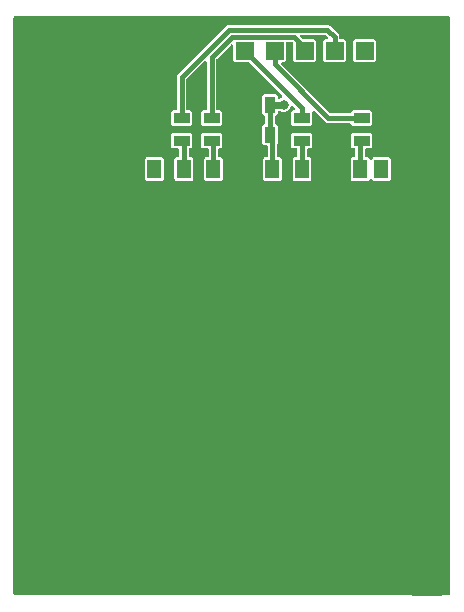
<source format=gbr>
G04 #@! TF.GenerationSoftware,KiCad,Pcbnew,(5.99.0-12665-gbf8a020501)*
G04 #@! TF.CreationDate,2021-12-24T11:16:50+01:00*
G04 #@! TF.ProjectId,SPACEDOS02B_PCB02A,53504143-4544-44f5-9330-32425f504342,REV*
G04 #@! TF.SameCoordinates,Original*
G04 #@! TF.FileFunction,Copper,L2,Bot*
G04 #@! TF.FilePolarity,Positive*
%FSLAX46Y46*%
G04 Gerber Fmt 4.6, Leading zero omitted, Abs format (unit mm)*
G04 Created by KiCad (PCBNEW (5.99.0-12665-gbf8a020501)) date 2021-12-24 11:16:50*
%MOMM*%
%LPD*%
G01*
G04 APERTURE LIST*
G04 #@! TA.AperFunction,ComponentPad*
%ADD10R,1.524000X1.524000*%
G04 #@! TD*
G04 #@! TA.AperFunction,SMDPad,CuDef*
%ADD11R,0.889000X1.397000*%
G04 #@! TD*
G04 #@! TA.AperFunction,SMDPad,CuDef*
%ADD12R,1.397000X0.889000*%
G04 #@! TD*
G04 #@! TA.AperFunction,SMDPad,CuDef*
%ADD13R,1.200000X1.600000*%
G04 #@! TD*
G04 #@! TA.AperFunction,SMDPad,CuDef*
%ADD14R,2.500000X5.000000*%
G04 #@! TD*
G04 #@! TA.AperFunction,ViaPad*
%ADD15C,0.800000*%
G04 #@! TD*
G04 #@! TA.AperFunction,Conductor*
%ADD16C,0.400000*%
G04 #@! TD*
G04 #@! TA.AperFunction,Conductor*
%ADD17C,0.600000*%
G04 #@! TD*
G04 APERTURE END LIST*
D10*
X27686000Y196596000D03*
X25146000Y196596000D03*
X30226000Y196596000D03*
X20066000Y196596000D03*
X22606000Y196596000D03*
X32766000Y196596000D03*
D11*
X22225000Y192024000D03*
X20320000Y192024000D03*
X22225000Y189484000D03*
X20320000Y189484000D03*
D12*
X14732000Y190881000D03*
X14732000Y188976000D03*
X17272000Y190881000D03*
X17272000Y188976000D03*
X24892000Y190881000D03*
X24892000Y188976000D03*
X29972000Y190881000D03*
X29972000Y188976000D03*
D13*
X14930000Y186568000D03*
X17430000Y186568000D03*
X19930000Y186568000D03*
X22430000Y186568000D03*
X24930000Y186568000D03*
X27430000Y186568000D03*
X29860000Y186568000D03*
X31660000Y186568000D03*
X12430000Y186568000D03*
D14*
X5095000Y183068000D03*
X35545000Y152868000D03*
X5095000Y158868000D03*
X35545000Y183068000D03*
D15*
X23368000Y192024000D03*
D16*
X22430000Y189279000D02*
X22225000Y189484000D01*
X22225000Y189484000D02*
X22225000Y192024000D01*
X22430000Y186568000D02*
X22430000Y189279000D01*
D17*
X22225000Y192024000D02*
X23368000Y192024000D01*
D16*
X14930000Y186568000D02*
X14930000Y188778000D01*
X14930000Y188778000D02*
X14732000Y188976000D01*
X17430000Y188818000D02*
X17272000Y188976000D01*
X17430000Y186568000D02*
X17430000Y188818000D01*
X24930000Y186568000D02*
X24930000Y188938000D01*
X24930000Y188938000D02*
X24892000Y188976000D01*
X29860000Y188864000D02*
X29972000Y188976000D01*
X29860000Y186568000D02*
X29860000Y188864000D01*
X27085989Y198358011D02*
X27686000Y197758000D01*
X14732000Y190881000D02*
X14732000Y194354544D01*
X18735467Y198358011D02*
X27085989Y198358011D01*
X27686000Y197758000D02*
X27686000Y196596000D01*
X14732000Y194354544D02*
X18735467Y198358011D01*
X17272000Y196046002D02*
X18983999Y197758001D01*
X18983999Y197758001D02*
X24237999Y197758001D01*
X17272000Y190881000D02*
X17272000Y196046002D01*
X25146000Y196850000D02*
X25146000Y196596000D01*
X24237999Y197758001D02*
X25146000Y196850000D01*
X24892000Y190881000D02*
X24892000Y191725500D01*
X20066000Y196551500D02*
X20066000Y196596000D01*
X24892000Y191725500D02*
X20066000Y196551500D01*
X29972000Y190881000D02*
X27159000Y190881000D01*
X22606000Y195434000D02*
X22606000Y196596000D01*
X27159000Y190881000D02*
X22606000Y195434000D01*
G04 #@! TA.AperFunction,Conductor*
G36*
X37442121Y199479998D02*
G01*
X37488614Y199426342D01*
X37500000Y199374000D01*
X37500000Y150626000D01*
X37479998Y150557879D01*
X37426342Y150511386D01*
X37374000Y150500000D01*
X626000Y150500000D01*
X557879Y150520002D01*
X511386Y150573658D01*
X500000Y150626000D01*
X500000Y185748252D01*
X11629500Y185748252D01*
X11641133Y185689769D01*
X11685448Y185623448D01*
X11751769Y185579133D01*
X11763938Y185576712D01*
X11763939Y185576712D01*
X11804184Y185568707D01*
X11810252Y185567500D01*
X13049748Y185567500D01*
X13055816Y185568707D01*
X13096061Y185576712D01*
X13096062Y185576712D01*
X13108231Y185579133D01*
X13174552Y185623448D01*
X13218867Y185689769D01*
X13230500Y185748252D01*
X13230500Y187387748D01*
X13218867Y187446231D01*
X13174552Y187512552D01*
X13108231Y187556867D01*
X13096062Y187559288D01*
X13096061Y187559288D01*
X13055816Y187567293D01*
X13049748Y187568500D01*
X11810252Y187568500D01*
X11804184Y187567293D01*
X11763939Y187559288D01*
X11763938Y187559288D01*
X11751769Y187556867D01*
X11685448Y187512552D01*
X11641133Y187446231D01*
X11629500Y187387748D01*
X11629500Y185748252D01*
X500000Y185748252D01*
X500000Y188511752D01*
X13833000Y188511752D01*
X13844633Y188453269D01*
X13888948Y188386948D01*
X13955269Y188342633D01*
X13967438Y188340212D01*
X13967439Y188340212D01*
X14007684Y188332207D01*
X14013752Y188331000D01*
X14403500Y188331000D01*
X14471621Y188310998D01*
X14518114Y188257342D01*
X14529500Y188205000D01*
X14529500Y187694500D01*
X14509498Y187626379D01*
X14455842Y187579886D01*
X14403500Y187568500D01*
X14310252Y187568500D01*
X14304184Y187567293D01*
X14263939Y187559288D01*
X14263938Y187559288D01*
X14251769Y187556867D01*
X14185448Y187512552D01*
X14141133Y187446231D01*
X14129500Y187387748D01*
X14129500Y185748252D01*
X14141133Y185689769D01*
X14185448Y185623448D01*
X14251769Y185579133D01*
X14263938Y185576712D01*
X14263939Y185576712D01*
X14304184Y185568707D01*
X14310252Y185567500D01*
X15549748Y185567500D01*
X15555816Y185568707D01*
X15596061Y185576712D01*
X15596062Y185576712D01*
X15608231Y185579133D01*
X15674552Y185623448D01*
X15718867Y185689769D01*
X15730500Y185748252D01*
X15730500Y187387748D01*
X15718867Y187446231D01*
X15674552Y187512552D01*
X15608231Y187556867D01*
X15596062Y187559288D01*
X15596061Y187559288D01*
X15555816Y187567293D01*
X15549748Y187568500D01*
X15456500Y187568500D01*
X15388379Y187588502D01*
X15341886Y187642158D01*
X15330500Y187694500D01*
X15330500Y188205616D01*
X15350502Y188273737D01*
X15404158Y188320230D01*
X15444119Y188331000D01*
X15450248Y188331000D01*
X15474718Y188335867D01*
X15496561Y188340212D01*
X15496562Y188340212D01*
X15508731Y188342633D01*
X15575052Y188386948D01*
X15619367Y188453269D01*
X15631000Y188511752D01*
X16373000Y188511752D01*
X16384633Y188453269D01*
X16428948Y188386948D01*
X16495269Y188342633D01*
X16507438Y188340212D01*
X16507439Y188340212D01*
X16547684Y188332207D01*
X16553752Y188331000D01*
X16903500Y188331000D01*
X16971621Y188310998D01*
X17018114Y188257342D01*
X17029500Y188205000D01*
X17029500Y187694500D01*
X17009498Y187626379D01*
X16955842Y187579886D01*
X16903500Y187568500D01*
X16810252Y187568500D01*
X16804184Y187567293D01*
X16763939Y187559288D01*
X16763938Y187559288D01*
X16751769Y187556867D01*
X16685448Y187512552D01*
X16641133Y187446231D01*
X16629500Y187387748D01*
X16629500Y185748252D01*
X16641133Y185689769D01*
X16685448Y185623448D01*
X16751769Y185579133D01*
X16763938Y185576712D01*
X16763939Y185576712D01*
X16804184Y185568707D01*
X16810252Y185567500D01*
X18049748Y185567500D01*
X18055816Y185568707D01*
X18096061Y185576712D01*
X18096062Y185576712D01*
X18108231Y185579133D01*
X18174552Y185623448D01*
X18218867Y185689769D01*
X18230500Y185748252D01*
X18230500Y187387748D01*
X18218867Y187446231D01*
X18174552Y187512552D01*
X18108231Y187556867D01*
X18096062Y187559288D01*
X18096061Y187559288D01*
X18055816Y187567293D01*
X18049748Y187568500D01*
X17956500Y187568500D01*
X17888379Y187588502D01*
X17841886Y187642158D01*
X17830500Y187694500D01*
X17830500Y188205000D01*
X17850502Y188273121D01*
X17904158Y188319614D01*
X17956500Y188331000D01*
X17990248Y188331000D01*
X17996316Y188332207D01*
X18036561Y188340212D01*
X18036562Y188340212D01*
X18048731Y188342633D01*
X18115052Y188386948D01*
X18159367Y188453269D01*
X18171000Y188511752D01*
X18171000Y189440248D01*
X18159367Y189498731D01*
X18115052Y189565052D01*
X18048731Y189609367D01*
X18036562Y189611788D01*
X18036561Y189611788D01*
X17996316Y189619793D01*
X17990248Y189621000D01*
X16553752Y189621000D01*
X16547684Y189619793D01*
X16507439Y189611788D01*
X16507438Y189611788D01*
X16495269Y189609367D01*
X16428948Y189565052D01*
X16384633Y189498731D01*
X16373000Y189440248D01*
X16373000Y188511752D01*
X15631000Y188511752D01*
X15631000Y189440248D01*
X15619367Y189498731D01*
X15575052Y189565052D01*
X15508731Y189609367D01*
X15496562Y189611788D01*
X15496561Y189611788D01*
X15456316Y189619793D01*
X15450248Y189621000D01*
X14013752Y189621000D01*
X14007684Y189619793D01*
X13967439Y189611788D01*
X13967438Y189611788D01*
X13955269Y189609367D01*
X13888948Y189565052D01*
X13844633Y189498731D01*
X13833000Y189440248D01*
X13833000Y188511752D01*
X500000Y188511752D01*
X500000Y190416752D01*
X13833000Y190416752D01*
X13834207Y190410684D01*
X13842028Y190371367D01*
X13844633Y190358269D01*
X13888948Y190291948D01*
X13955269Y190247633D01*
X13967438Y190245212D01*
X13967439Y190245212D01*
X14007684Y190237207D01*
X14013752Y190236000D01*
X15450248Y190236000D01*
X15456316Y190237207D01*
X15496561Y190245212D01*
X15496562Y190245212D01*
X15508731Y190247633D01*
X15575052Y190291948D01*
X15619367Y190358269D01*
X15621973Y190371367D01*
X15629793Y190410684D01*
X15631000Y190416752D01*
X15631000Y191345248D01*
X15619367Y191403731D01*
X15575052Y191470052D01*
X15508731Y191514367D01*
X15496562Y191516788D01*
X15496561Y191516788D01*
X15456316Y191524793D01*
X15450248Y191526000D01*
X15258500Y191526000D01*
X15190379Y191546002D01*
X15143886Y191599658D01*
X15132500Y191652000D01*
X15132500Y194136461D01*
X15152502Y194204582D01*
X15169405Y194225556D01*
X16656405Y195712556D01*
X16718717Y195746582D01*
X16789532Y195741517D01*
X16846368Y195698970D01*
X16871179Y195632450D01*
X16871500Y195623461D01*
X16871500Y191652000D01*
X16851498Y191583879D01*
X16797842Y191537386D01*
X16745500Y191526000D01*
X16553752Y191526000D01*
X16547684Y191524793D01*
X16507439Y191516788D01*
X16507438Y191516788D01*
X16495269Y191514367D01*
X16428948Y191470052D01*
X16384633Y191403731D01*
X16373000Y191345248D01*
X16373000Y190416752D01*
X16374207Y190410684D01*
X16382028Y190371367D01*
X16384633Y190358269D01*
X16428948Y190291948D01*
X16495269Y190247633D01*
X16507438Y190245212D01*
X16507439Y190245212D01*
X16547684Y190237207D01*
X16553752Y190236000D01*
X17990248Y190236000D01*
X17996316Y190237207D01*
X18036561Y190245212D01*
X18036562Y190245212D01*
X18048731Y190247633D01*
X18115052Y190291948D01*
X18159367Y190358269D01*
X18161973Y190371367D01*
X18169793Y190410684D01*
X18171000Y190416752D01*
X18171000Y191345248D01*
X18159367Y191403731D01*
X18115052Y191470052D01*
X18048731Y191514367D01*
X18036562Y191516788D01*
X18036561Y191516788D01*
X17996316Y191524793D01*
X17990248Y191526000D01*
X17798500Y191526000D01*
X17730379Y191546002D01*
X17683886Y191599658D01*
X17672500Y191652000D01*
X17672500Y195827919D01*
X17692502Y195896040D01*
X17709405Y195917014D01*
X18888405Y197096015D01*
X18950717Y197130040D01*
X19021532Y197124976D01*
X19078368Y197082429D01*
X19103179Y197015909D01*
X19103500Y197006920D01*
X19103500Y195814252D01*
X19115133Y195755769D01*
X19159448Y195689448D01*
X19225769Y195645133D01*
X19237938Y195642712D01*
X19237939Y195642712D01*
X19278184Y195634707D01*
X19284252Y195633500D01*
X20365417Y195633500D01*
X20433538Y195613498D01*
X20454512Y195596595D01*
X23241115Y192809992D01*
X23275141Y192747680D01*
X23270076Y192676865D01*
X23227529Y192620029D01*
X23200238Y192604488D01*
X23103137Y192564267D01*
X23065159Y192548536D01*
X23058858Y192543701D01*
X22990008Y192526997D01*
X22922915Y192550216D01*
X22879027Y192606022D01*
X22870000Y192652854D01*
X22870000Y192742248D01*
X22858367Y192800731D01*
X22814052Y192867052D01*
X22747731Y192911367D01*
X22735562Y192913788D01*
X22735561Y192913788D01*
X22695316Y192921793D01*
X22689248Y192923000D01*
X21760752Y192923000D01*
X21754684Y192921793D01*
X21714439Y192913788D01*
X21714438Y192913788D01*
X21702269Y192911367D01*
X21635948Y192867052D01*
X21591633Y192800731D01*
X21580000Y192742248D01*
X21580000Y191305752D01*
X21591633Y191247269D01*
X21635948Y191180948D01*
X21702269Y191136633D01*
X21723084Y191132493D01*
X21785992Y191099585D01*
X21821123Y191037889D01*
X21824500Y191008914D01*
X21824500Y190499086D01*
X21804498Y190430965D01*
X21750842Y190384472D01*
X21723084Y190375507D01*
X21702269Y190371367D01*
X21635948Y190327052D01*
X21591633Y190260731D01*
X21589212Y190248562D01*
X21589212Y190248561D01*
X21588546Y190245212D01*
X21580000Y190202248D01*
X21580000Y188765752D01*
X21591633Y188707269D01*
X21635948Y188640948D01*
X21702269Y188596633D01*
X21714438Y188594212D01*
X21714439Y188594212D01*
X21754684Y188586207D01*
X21760752Y188585000D01*
X21903500Y188585000D01*
X21971621Y188564998D01*
X22018114Y188511342D01*
X22029500Y188459000D01*
X22029500Y187694500D01*
X22009498Y187626379D01*
X21955842Y187579886D01*
X21903500Y187568500D01*
X21810252Y187568500D01*
X21804184Y187567293D01*
X21763939Y187559288D01*
X21763938Y187559288D01*
X21751769Y187556867D01*
X21685448Y187512552D01*
X21641133Y187446231D01*
X21629500Y187387748D01*
X21629500Y185748252D01*
X21641133Y185689769D01*
X21685448Y185623448D01*
X21751769Y185579133D01*
X21763938Y185576712D01*
X21763939Y185576712D01*
X21804184Y185568707D01*
X21810252Y185567500D01*
X23049748Y185567500D01*
X23055816Y185568707D01*
X23096061Y185576712D01*
X23096062Y185576712D01*
X23108231Y185579133D01*
X23174552Y185623448D01*
X23218867Y185689769D01*
X23230500Y185748252D01*
X23230500Y187387748D01*
X23218867Y187446231D01*
X23174552Y187512552D01*
X23108231Y187556867D01*
X23096062Y187559288D01*
X23096061Y187559288D01*
X23055816Y187567293D01*
X23049748Y187568500D01*
X22956500Y187568500D01*
X22888379Y187588502D01*
X22841886Y187642158D01*
X22830500Y187694500D01*
X22830500Y188511752D01*
X23993000Y188511752D01*
X24004633Y188453269D01*
X24048948Y188386948D01*
X24115269Y188342633D01*
X24127438Y188340212D01*
X24127439Y188340212D01*
X24167684Y188332207D01*
X24173752Y188331000D01*
X24403500Y188331000D01*
X24471621Y188310998D01*
X24518114Y188257342D01*
X24529500Y188205000D01*
X24529500Y187694500D01*
X24509498Y187626379D01*
X24455842Y187579886D01*
X24403500Y187568500D01*
X24310252Y187568500D01*
X24304184Y187567293D01*
X24263939Y187559288D01*
X24263938Y187559288D01*
X24251769Y187556867D01*
X24185448Y187512552D01*
X24141133Y187446231D01*
X24129500Y187387748D01*
X24129500Y185748252D01*
X24141133Y185689769D01*
X24185448Y185623448D01*
X24251769Y185579133D01*
X24263938Y185576712D01*
X24263939Y185576712D01*
X24304184Y185568707D01*
X24310252Y185567500D01*
X25549748Y185567500D01*
X25555816Y185568707D01*
X25596061Y185576712D01*
X25596062Y185576712D01*
X25608231Y185579133D01*
X25674552Y185623448D01*
X25718867Y185689769D01*
X25730500Y185748252D01*
X29059500Y185748252D01*
X29071133Y185689769D01*
X29115448Y185623448D01*
X29181769Y185579133D01*
X29193938Y185576712D01*
X29193939Y185576712D01*
X29234184Y185568707D01*
X29240252Y185567500D01*
X30479748Y185567500D01*
X30485816Y185568707D01*
X30526061Y185576712D01*
X30526062Y185576712D01*
X30538231Y185579133D01*
X30604552Y185623448D01*
X30648867Y185689769D01*
X30648903Y185689949D01*
X30688139Y185738639D01*
X30755502Y185761060D01*
X30824293Y185743502D01*
X30870267Y185694124D01*
X30871133Y185689769D01*
X30915448Y185623448D01*
X30981769Y185579133D01*
X30993938Y185576712D01*
X30993939Y185576712D01*
X31034184Y185568707D01*
X31040252Y185567500D01*
X32279748Y185567500D01*
X32285816Y185568707D01*
X32326061Y185576712D01*
X32326062Y185576712D01*
X32338231Y185579133D01*
X32404552Y185623448D01*
X32448867Y185689769D01*
X32460500Y185748252D01*
X32460500Y187387748D01*
X32448867Y187446231D01*
X32404552Y187512552D01*
X32338231Y187556867D01*
X32326062Y187559288D01*
X32326061Y187559288D01*
X32285816Y187567293D01*
X32279748Y187568500D01*
X31040252Y187568500D01*
X31034184Y187567293D01*
X30993939Y187559288D01*
X30993938Y187559288D01*
X30981769Y187556867D01*
X30915448Y187512552D01*
X30871133Y187446231D01*
X30871097Y187446051D01*
X30831861Y187397361D01*
X30764498Y187374940D01*
X30695707Y187392498D01*
X30649733Y187441876D01*
X30648867Y187446231D01*
X30604552Y187512552D01*
X30538231Y187556867D01*
X30526062Y187559288D01*
X30526061Y187559288D01*
X30485816Y187567293D01*
X30479748Y187568500D01*
X30386500Y187568500D01*
X30318379Y187588502D01*
X30271886Y187642158D01*
X30260500Y187694500D01*
X30260500Y188205000D01*
X30280502Y188273121D01*
X30334158Y188319614D01*
X30386500Y188331000D01*
X30690248Y188331000D01*
X30696316Y188332207D01*
X30736561Y188340212D01*
X30736562Y188340212D01*
X30748731Y188342633D01*
X30815052Y188386948D01*
X30859367Y188453269D01*
X30871000Y188511752D01*
X30871000Y189440248D01*
X30859367Y189498731D01*
X30815052Y189565052D01*
X30748731Y189609367D01*
X30736562Y189611788D01*
X30736561Y189611788D01*
X30696316Y189619793D01*
X30690248Y189621000D01*
X29253752Y189621000D01*
X29247684Y189619793D01*
X29207439Y189611788D01*
X29207438Y189611788D01*
X29195269Y189609367D01*
X29128948Y189565052D01*
X29084633Y189498731D01*
X29073000Y189440248D01*
X29073000Y188511752D01*
X29084633Y188453269D01*
X29128948Y188386948D01*
X29195269Y188342633D01*
X29207438Y188340212D01*
X29207439Y188340212D01*
X29247684Y188332207D01*
X29253752Y188331000D01*
X29333500Y188331000D01*
X29401621Y188310998D01*
X29448114Y188257342D01*
X29459500Y188205000D01*
X29459500Y187694500D01*
X29439498Y187626379D01*
X29385842Y187579886D01*
X29333500Y187568500D01*
X29240252Y187568500D01*
X29234184Y187567293D01*
X29193939Y187559288D01*
X29193938Y187559288D01*
X29181769Y187556867D01*
X29115448Y187512552D01*
X29071133Y187446231D01*
X29059500Y187387748D01*
X29059500Y185748252D01*
X25730500Y185748252D01*
X25730500Y187387748D01*
X25718867Y187446231D01*
X25674552Y187512552D01*
X25608231Y187556867D01*
X25596062Y187559288D01*
X25596061Y187559288D01*
X25555816Y187567293D01*
X25549748Y187568500D01*
X25456500Y187568500D01*
X25388379Y187588502D01*
X25341886Y187642158D01*
X25330500Y187694500D01*
X25330500Y188205000D01*
X25350502Y188273121D01*
X25404158Y188319614D01*
X25456500Y188331000D01*
X25610248Y188331000D01*
X25616316Y188332207D01*
X25656561Y188340212D01*
X25656562Y188340212D01*
X25668731Y188342633D01*
X25735052Y188386948D01*
X25779367Y188453269D01*
X25791000Y188511752D01*
X25791000Y189440248D01*
X25779367Y189498731D01*
X25735052Y189565052D01*
X25668731Y189609367D01*
X25656562Y189611788D01*
X25656561Y189611788D01*
X25616316Y189619793D01*
X25610248Y189621000D01*
X24173752Y189621000D01*
X24167684Y189619793D01*
X24127439Y189611788D01*
X24127438Y189611788D01*
X24115269Y189609367D01*
X24048948Y189565052D01*
X24004633Y189498731D01*
X23993000Y189440248D01*
X23993000Y188511752D01*
X22830500Y188511752D01*
X22830500Y188627342D01*
X22847980Y188684964D01*
X22846723Y188685485D01*
X22851472Y188696951D01*
X22858367Y188707269D01*
X22870000Y188765752D01*
X22870000Y190202248D01*
X22861454Y190245212D01*
X22860788Y190248561D01*
X22860788Y190248562D01*
X22858367Y190260731D01*
X22814052Y190327052D01*
X22747731Y190371367D01*
X22726916Y190375507D01*
X22664008Y190408415D01*
X22628877Y190470111D01*
X22625500Y190499086D01*
X22625500Y191008914D01*
X22645502Y191077035D01*
X22699158Y191123528D01*
X22726916Y191132493D01*
X22747731Y191136633D01*
X22814052Y191180948D01*
X22858367Y191247269D01*
X22870000Y191305752D01*
X22870000Y191395146D01*
X22890002Y191463267D01*
X22943658Y191509760D01*
X23013932Y191519864D01*
X23058822Y191504327D01*
X23065159Y191499464D01*
X23211238Y191438956D01*
X23368000Y191418318D01*
X23376188Y191419396D01*
X23516574Y191437878D01*
X23524762Y191438956D01*
X23670841Y191499464D01*
X23796282Y191595718D01*
X23892536Y191721159D01*
X23948488Y191856238D01*
X23993037Y191911519D01*
X24060400Y191933940D01*
X24129191Y191916382D01*
X24153992Y191897115D01*
X24310012Y191741095D01*
X24344038Y191678783D01*
X24338973Y191607968D01*
X24296426Y191551132D01*
X24229906Y191526321D01*
X24220917Y191526000D01*
X24173752Y191526000D01*
X24167684Y191524793D01*
X24127439Y191516788D01*
X24127438Y191516788D01*
X24115269Y191514367D01*
X24048948Y191470052D01*
X24004633Y191403731D01*
X23993000Y191345248D01*
X23993000Y190416752D01*
X23994207Y190410684D01*
X24002028Y190371367D01*
X24004633Y190358269D01*
X24048948Y190291948D01*
X24115269Y190247633D01*
X24127438Y190245212D01*
X24127439Y190245212D01*
X24167684Y190237207D01*
X24173752Y190236000D01*
X25610248Y190236000D01*
X25616316Y190237207D01*
X25656561Y190245212D01*
X25656562Y190245212D01*
X25668731Y190247633D01*
X25735052Y190291948D01*
X25779367Y190358269D01*
X25781973Y190371367D01*
X25789793Y190410684D01*
X25791000Y190416752D01*
X25791000Y191345248D01*
X25788266Y191358992D01*
X25794594Y191429704D01*
X25838147Y191485772D01*
X25905100Y191509392D01*
X25974193Y191493066D01*
X26000939Y191472669D01*
X26920658Y190552950D01*
X26929492Y190548449D01*
X26929493Y190548448D01*
X26940259Y190542962D01*
X26957116Y190532632D01*
X26974910Y190519704D01*
X26995832Y190512906D01*
X27014093Y190505342D01*
X27024861Y190499855D01*
X27024865Y190499854D01*
X27033696Y190495354D01*
X27043485Y190493803D01*
X27043493Y190493801D01*
X27055427Y190491911D01*
X27074647Y190487297D01*
X27086133Y190483565D01*
X27086140Y190483564D01*
X27095567Y190480501D01*
X27127477Y190480501D01*
X27127481Y190480500D01*
X28956914Y190480500D01*
X29025035Y190460498D01*
X29071528Y190406842D01*
X29080493Y190379084D01*
X29084633Y190358269D01*
X29128948Y190291948D01*
X29195269Y190247633D01*
X29207438Y190245212D01*
X29207439Y190245212D01*
X29247684Y190237207D01*
X29253752Y190236000D01*
X30690248Y190236000D01*
X30696316Y190237207D01*
X30736561Y190245212D01*
X30736562Y190245212D01*
X30748731Y190247633D01*
X30815052Y190291948D01*
X30859367Y190358269D01*
X30861973Y190371367D01*
X30869793Y190410684D01*
X30871000Y190416752D01*
X30871000Y191345248D01*
X30859367Y191403731D01*
X30815052Y191470052D01*
X30748731Y191514367D01*
X30736562Y191516788D01*
X30736561Y191516788D01*
X30696316Y191524793D01*
X30690248Y191526000D01*
X29253752Y191526000D01*
X29247684Y191524793D01*
X29207439Y191516788D01*
X29207438Y191516788D01*
X29195269Y191514367D01*
X29128948Y191470052D01*
X29084633Y191403731D01*
X29080493Y191382917D01*
X29047585Y191320008D01*
X28985889Y191284877D01*
X28956914Y191281500D01*
X27377082Y191281500D01*
X27308961Y191301502D01*
X27287987Y191318405D01*
X23187988Y195418405D01*
X23153962Y195480717D01*
X23159027Y195551533D01*
X23201574Y195608368D01*
X23268094Y195633179D01*
X23277083Y195633500D01*
X23387748Y195633500D01*
X23393816Y195634707D01*
X23434061Y195642712D01*
X23434062Y195642712D01*
X23446231Y195645133D01*
X23512552Y195689448D01*
X23556867Y195755769D01*
X23568500Y195814252D01*
X23568500Y197231501D01*
X23588502Y197299622D01*
X23642158Y197346115D01*
X23694500Y197357501D01*
X24019916Y197357501D01*
X24088037Y197337499D01*
X24109011Y197320596D01*
X24146595Y197283012D01*
X24180621Y197220700D01*
X24183500Y197193917D01*
X24183500Y195814252D01*
X24195133Y195755769D01*
X24239448Y195689448D01*
X24305769Y195645133D01*
X24317938Y195642712D01*
X24317939Y195642712D01*
X24358184Y195634707D01*
X24364252Y195633500D01*
X25927748Y195633500D01*
X25933816Y195634707D01*
X25974061Y195642712D01*
X25974062Y195642712D01*
X25986231Y195645133D01*
X26052552Y195689448D01*
X26096867Y195755769D01*
X26108500Y195814252D01*
X26108500Y197377748D01*
X26096867Y197436231D01*
X26052552Y197502552D01*
X25986231Y197546867D01*
X25974062Y197549288D01*
X25974061Y197549288D01*
X25933816Y197557293D01*
X25927748Y197558500D01*
X25056083Y197558500D01*
X24987962Y197578502D01*
X24966988Y197595405D01*
X24819977Y197742416D01*
X24785951Y197804728D01*
X24791016Y197875543D01*
X24833563Y197932379D01*
X24900083Y197957190D01*
X24909072Y197957511D01*
X26867906Y197957511D01*
X26936027Y197937509D01*
X26957001Y197920606D01*
X27104012Y197773595D01*
X27138038Y197711283D01*
X27132973Y197640468D01*
X27090426Y197583632D01*
X27023906Y197558821D01*
X27014917Y197558500D01*
X26904252Y197558500D01*
X26898184Y197557293D01*
X26857939Y197549288D01*
X26857938Y197549288D01*
X26845769Y197546867D01*
X26779448Y197502552D01*
X26735133Y197436231D01*
X26723500Y197377748D01*
X26723500Y195814252D01*
X26735133Y195755769D01*
X26779448Y195689448D01*
X26845769Y195645133D01*
X26857938Y195642712D01*
X26857939Y195642712D01*
X26898184Y195634707D01*
X26904252Y195633500D01*
X28467748Y195633500D01*
X28473816Y195634707D01*
X28514061Y195642712D01*
X28514062Y195642712D01*
X28526231Y195645133D01*
X28592552Y195689448D01*
X28636867Y195755769D01*
X28648500Y195814252D01*
X29263500Y195814252D01*
X29275133Y195755769D01*
X29319448Y195689448D01*
X29385769Y195645133D01*
X29397938Y195642712D01*
X29397939Y195642712D01*
X29438184Y195634707D01*
X29444252Y195633500D01*
X31007748Y195633500D01*
X31013816Y195634707D01*
X31054061Y195642712D01*
X31054062Y195642712D01*
X31066231Y195645133D01*
X31132552Y195689448D01*
X31176867Y195755769D01*
X31188500Y195814252D01*
X31188500Y197377748D01*
X31176867Y197436231D01*
X31132552Y197502552D01*
X31066231Y197546867D01*
X31054062Y197549288D01*
X31054061Y197549288D01*
X31013816Y197557293D01*
X31007748Y197558500D01*
X29444252Y197558500D01*
X29438184Y197557293D01*
X29397939Y197549288D01*
X29397938Y197549288D01*
X29385769Y197546867D01*
X29319448Y197502552D01*
X29275133Y197436231D01*
X29263500Y197377748D01*
X29263500Y195814252D01*
X28648500Y195814252D01*
X28648500Y197377748D01*
X28636867Y197436231D01*
X28592552Y197502552D01*
X28526231Y197546867D01*
X28514062Y197549288D01*
X28514061Y197549288D01*
X28473816Y197557293D01*
X28467748Y197558500D01*
X28212500Y197558500D01*
X28144379Y197578502D01*
X28097886Y197632158D01*
X28086500Y197684500D01*
X28086500Y197821433D01*
X28083436Y197830864D01*
X28083435Y197830868D01*
X28079703Y197842353D01*
X28075087Y197861578D01*
X28073197Y197873512D01*
X28073197Y197873513D01*
X28071646Y197883304D01*
X28067145Y197892137D01*
X28067144Y197892141D01*
X28061658Y197902908D01*
X28054092Y197921172D01*
X28050360Y197932658D01*
X28047296Y197942089D01*
X28034365Y197959887D01*
X28024037Y197976742D01*
X28018555Y197987501D01*
X28018554Y197987503D01*
X28014050Y197996342D01*
X27991487Y198018905D01*
X27991484Y198018909D01*
X27346898Y198663495D01*
X27346894Y198663498D01*
X27324331Y198686061D01*
X27304735Y198696046D01*
X27287882Y198706372D01*
X27270079Y198719307D01*
X27249155Y198726106D01*
X27230895Y198733670D01*
X27220130Y198739155D01*
X27220126Y198739156D01*
X27211293Y198743657D01*
X27201502Y198745208D01*
X27201501Y198745208D01*
X27189567Y198747098D01*
X27170342Y198751714D01*
X27158857Y198755446D01*
X27158853Y198755447D01*
X27149422Y198758511D01*
X18703948Y198758511D01*
X18703944Y198758510D01*
X18672034Y198758510D01*
X18662607Y198755447D01*
X18662600Y198755446D01*
X18651114Y198751714D01*
X18631894Y198747100D01*
X18619960Y198745210D01*
X18619952Y198745208D01*
X18610163Y198743657D01*
X18601332Y198739157D01*
X18601328Y198739156D01*
X18590560Y198733669D01*
X18572299Y198726105D01*
X18551377Y198719307D01*
X18536385Y198708414D01*
X18533583Y198706379D01*
X18516726Y198696049D01*
X18505960Y198690563D01*
X18505959Y198690562D01*
X18497125Y198686061D01*
X18474558Y198663494D01*
X14426516Y194615453D01*
X14426513Y194615449D01*
X14403950Y194592886D01*
X14399446Y194584046D01*
X14393965Y194573289D01*
X14383639Y194556437D01*
X14370704Y194538634D01*
X14363907Y194517714D01*
X14356341Y194499450D01*
X14350856Y194488685D01*
X14350855Y194488681D01*
X14346354Y194479848D01*
X14344803Y194470057D01*
X14344803Y194470056D01*
X14342913Y194458122D01*
X14338297Y194438897D01*
X14334565Y194427412D01*
X14334564Y194427408D01*
X14331500Y194417977D01*
X14331500Y191652000D01*
X14311498Y191583879D01*
X14257842Y191537386D01*
X14205500Y191526000D01*
X14013752Y191526000D01*
X14007684Y191524793D01*
X13967439Y191516788D01*
X13967438Y191516788D01*
X13955269Y191514367D01*
X13888948Y191470052D01*
X13844633Y191403731D01*
X13833000Y191345248D01*
X13833000Y190416752D01*
X500000Y190416752D01*
X500000Y199374000D01*
X520002Y199442121D01*
X573658Y199488614D01*
X626000Y199500000D01*
X37374000Y199500000D01*
X37442121Y199479998D01*
G37*
G04 #@! TD.AperFunction*
M02*

</source>
